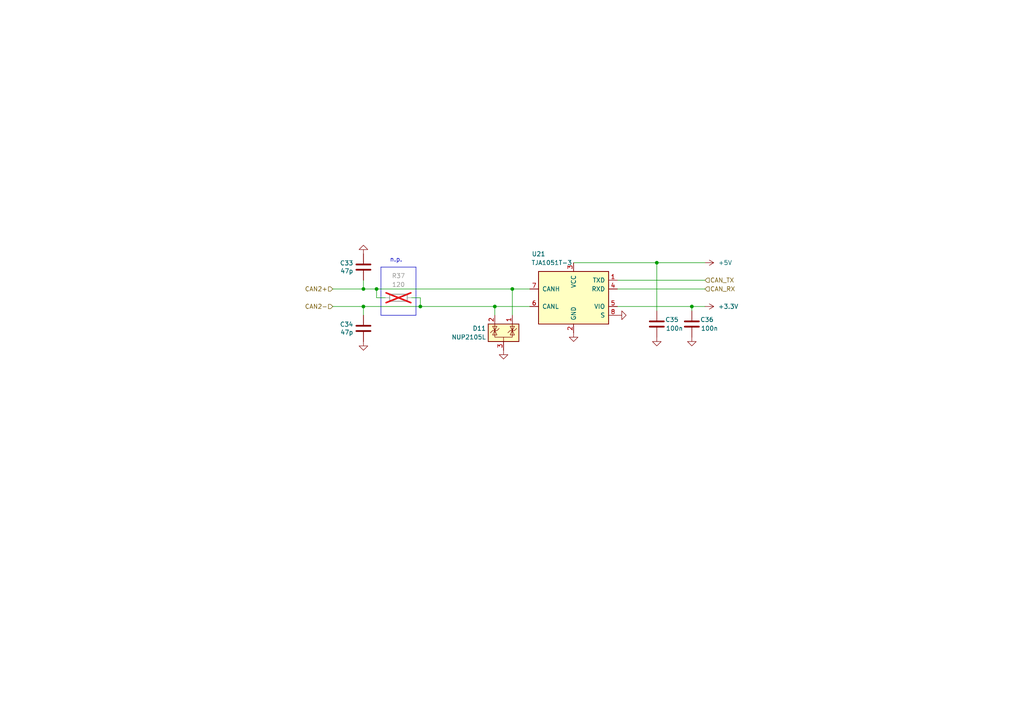
<source format=kicad_sch>
(kicad_sch (version 20231120) (generator "eeschema") (generator_version "8.0")
  (paper "A4")
  (title_block (title "Polygonus Universal 88p") (date "2023-11-12") (rev "v1.0") (company "FutureProofPerformance.com"))
  (lib_symbols
    (symbol "Device:C" (pin_numbers hide) (pin_names (offset 0.254))
      (property "Reference" "C" (at 0.635 2.54 0))
      (property "Value" "C" (at 0.635 -2.54 0))
      (symbol "C_0_1"
        (polyline (pts (xy -2.032 -0.762) (xy 2.032 -0.762)) (stroke (width 0.508)))
        (polyline (pts (xy -2.032 0.762) (xy 2.032 0.762)) (stroke (width 0.508)))
      )
      (symbol "C_1_1"
        (pin passive line (at 0 3.81 270) (length 2.794) (name "~") (number "1"))
        (pin passive line (at 0 -3.81 90) (length 2.794) (name "~") (number "2"))
      )
    )
    (symbol "Device:R" (pin_numbers hide) (pin_names (offset 0))
      (property "Reference" "R" (at 2.032 0 90))
      (property "Value" "R" (at 0 0 90))
      (symbol "R_0_1"
        (rectangle (start -1.016 -2.54) (end 1.016 2.54) (stroke (width 0.254)))
      )
      (symbol "R_1_1"
        (pin passive line (at 0 3.81 270) (length 1.27) (name "~") (number "1"))
        (pin passive line (at 0 -3.81 90) (length 1.27) (name "~") (number "2"))
      )
    )
    (symbol "GND_1" (power) (pin_names (offset 0))
      (property "Value" "GND_1" (at 0 -3.81 0))
      (symbol "GND_1_0_1"
        (polyline (pts (xy 0 0) (xy 0 -1.27) (xy 1.27 -1.27) (xy 0 -2.54) (xy -1.27 -1.27) (xy 0 -1.27)))
      )
      (symbol "GND_1_1_1"
        (pin power_in line (at 0 0 270) (length 0) hide (name "GND") (number "1"))
      )
    )
    (symbol "Interface_CAN_LIN:TJA1051T-3" (pin_names (offset 1.016))
      (property "Reference" "U" (at -10.16 8.89 0))
      (property "Value" "TJA1051T-3" (at 1.27 8.89 0))
      (symbol "TJA1051T-3_0_1"
        (rectangle (start -10.16 7.62) (end 10.16 -7.62) (stroke (width 0.254)) (fill (type background)))
      )
      (symbol "TJA1051T-3_1_1"
        (pin input line (at -12.7 5.08 0) (length 2.54) (name "TXD") (number "1"))
        (pin power_in line (at 0 -10.16 90) (length 2.54) (name "GND") (number "2"))
        (pin power_in line (at 0 10.16 270) (length 2.54) (name "VCC") (number "3"))
        (pin output line (at -12.7 2.54 0) (length 2.54) (name "RXD") (number "4"))
        (pin power_in line (at -12.7 -2.54 0) (length 2.54) (name "VIO") (number "5"))
        (pin bidirectional line (at 12.7 -2.54 180) (length 2.54) (name "CANL") (number "6"))
        (pin bidirectional line (at 12.7 2.54 180) (length 2.54) (name "CANH") (number "7"))
        (pin input line (at -12.7 -5.08 0) (length 2.54) (name "S") (number "8"))
      )
    )
    (symbol "Power_Protection:NUP2105L" (pin_names hide)
      (property "Reference" "D" (at 5.715 2.54 0))
      (property "Value" "NUP2105L" (at 5.715 0.635 0))
      (symbol "NUP2105L_0_0"
        (pin passive line (at 0 -5.08 90) (length 2.54) (name "A") (number "3"))
      )
      (symbol "NUP2105L_0_1"
        (rectangle (start -4.445 2.54) (end 4.445 -2.54) (stroke (width 0.254)) (fill (type background)))
        (polyline (pts (xy -2.54 2.54) (xy -2.54 0.635)))
        (polyline (pts (xy 0 -1.27) (xy 0 -2.54)))
        (polyline (pts (xy 2.54 2.54) (xy 2.54 0.635)))
        (polyline (pts (xy -3.81 1.27) (xy -3.175 0.635) (xy -1.905 0.635) (xy -1.27 0)))
        (polyline (pts (xy -2.54 0.635) (xy -2.54 -1.27) (xy 2.54 -1.27) (xy 2.54 0.635)))
        (polyline (pts (xy -2.54 0.635) (xy -1.905 -0.635) (xy -3.175 -0.635) (xy -2.54 0.635)))
        (polyline (pts (xy 2.54 0.635) (xy 1.905 -0.635) (xy 3.175 -0.635) (xy 2.54 0.635)))
        (polyline (pts (xy 2.54 0.635) (xy 3.175 1.905) (xy 1.905 1.905) (xy 2.54 0.635)))
        (polyline (pts (xy -2.54 0.635) (xy -3.175 1.905) (xy -1.905 1.905) (xy -2.54 0.635) (xy -2.54 1.27)))
        (polyline (pts (xy 1.27 1.27) (xy 1.905 0.635) (xy 2.54 0.635) (xy 3.175 0.635) (xy 3.81 0)))
      )
      (symbol "NUP2105L_1_1"
        (pin passive line (at -2.54 5.08 270) (length 2.54) (name "K") (number "1"))
        (pin passive line (at 2.54 5.08 270) (length 2.54) (name "K") (number "2"))
      )
    )
    (symbol "power:+3.3V" (power) (pin_names (offset 0))
      (property "Value" "+3.3V" (at 0 3.556 0))
      (symbol "+3.3V_0_1"
        (polyline (pts (xy -0.762 1.27) (xy 0 2.54)))
        (polyline (pts (xy 0 0) (xy 0 2.54)))
        (polyline (pts (xy 0 2.54) (xy 0.762 1.27)))
      )
      (symbol "+3.3V_1_1"
        (pin power_in line (at 0 0 90) (length 0) hide (name "+3.3V") (number "1"))
      )
    )
    (symbol "power:+5V" (power) (pin_names (offset 0))
      (property "Value" "+5V" (at 0 3.556 0))
      (symbol "+5V_0_1"
        (polyline (pts (xy -0.762 1.27) (xy 0 2.54)))
        (polyline (pts (xy 0 0) (xy 0 2.54)))
        (polyline (pts (xy 0 2.54) (xy 0.762 1.27)))
      )
      (symbol "+5V_1_1"
        (pin power_in line (at 0 0 90) (length 0) hide (name "+5V") (number "1"))
      )
    )
  )
  (junction (at 148.59 83.82))
  (junction (at 200.66 88.9))
  (junction (at 143.51 88.9))
  (junction (at 105.41 88.9))
  (junction (at 190.5 76.2))
  (junction (at 105.41 83.82))
  (junction (at 121.92 88.9))
  (junction (at 109.22 83.82))
  (wire (pts (xy 190.5 76.2) (xy 190.5 90.17)))
  (wire (pts (xy 143.51 88.9) (xy 143.51 91.44)))
  (wire (pts (xy 200.66 88.9) (xy 200.66 90.17)))
  (wire (pts (xy 179.07 83.82) (xy 204.47 83.82)))
  (wire (pts (xy 204.47 81.28) (xy 179.07 81.28)))
  (wire (pts (xy 96.52 83.82) (xy 105.41 83.82)))
  (wire (pts (xy 109.22 83.82) (xy 109.22 86.36)))
  (polyline (pts (xy 110.49 91.44) (xy 120.65 91.44)))
  (wire (pts (xy 121.92 88.9) (xy 143.51 88.9)))
  (wire (pts (xy 121.92 86.36) (xy 121.92 88.9)))
  (wire (pts (xy 148.59 83.82) (xy 153.67 83.82)))
  (wire (pts (xy 105.41 88.9) (xy 105.41 91.44)))
  (wire (pts (xy 190.5 76.2) (xy 166.37 76.2)))
  (wire (pts (xy 105.41 83.82) (xy 109.22 83.82)))
  (wire (pts (xy 96.52 88.9) (xy 105.41 88.9)))
  (wire (pts (xy 179.07 88.9) (xy 200.66 88.9)))
  (wire (pts (xy 200.66 88.9) (xy 204.47 88.9)))
  (polyline (pts (xy 110.49 77.47) (xy 120.65 77.47)))
  (wire (pts (xy 204.47 76.2) (xy 190.5 76.2)))
  (wire (pts (xy 109.22 83.82) (xy 148.59 83.82)))
  (wire (pts (xy 119.38 86.36) (xy 121.92 86.36)))
  (polyline (pts (xy 120.65 91.44) (xy 120.65 77.47)))
  (polyline (pts (xy 110.49 77.47) (xy 110.49 91.44)))
  (wire (pts (xy 148.59 83.82) (xy 148.59 91.44)))
  (wire (pts (xy 105.41 81.28) (xy 105.41 83.82)))
  (wire (pts (xy 111.76 86.36) (xy 109.22 86.36)))
  (wire (pts (xy 143.51 88.9) (xy 153.67 88.9)))
  (wire (pts (xy 105.41 88.9) (xy 121.92 88.9)))
  (text "n.p." (at 113.03 76.2 0) (effects (font (size 1.27 1.27)) (justify left bottom)))
  (hierarchical_label "CAN_RX" (shape input) (at 204.47 83.82 0))
  (hierarchical_label "CAN2-" (shape input) (at 96.52 88.9 180))
  (hierarchical_label "CAN2+" (shape input) (at 96.52 83.82 180))
  (hierarchical_label "CAN_TX" (shape input) (at 204.47 81.28 0))
  (symbol (lib_name "GND_1") (lib_id "power:GND") (at 105.41 73.66 180) (unit 1)
    (property "Reference" "#PWR0149" (effects (hide yes)))
    (property "Value" "GND" (effects (hide yes)))
    (instances (project "Polygonus-Universal-Base" (path "" (reference "#PWR0149") (unit 1)) (path "" (reference "#PWR0140") (unit 1))))
  )
  (symbol (lib_name "GND_1") (lib_id "power:GND") (at 179.07 91.44 90) (unit 1)
    (property "Reference" "#PWR0153" (effects (hide yes)))
    (property "Value" "GND" (effects (hide yes)))
    (instances (project "Polygonus-Universal-Base" (path "" (reference "#PWR0153") (unit 1)) (path "" (reference "#PWR0144") (unit 1))))
  )
  (symbol (lib_name "GND_1") (lib_id "power:GND") (at 200.66 97.79 0) (unit 1)
    (property "Reference" "#PWR0155" (effects (hide yes)))
    (property "Value" "GND" (effects (hide yes)))
    (instances (project "Polygonus-Universal-Base" (path "" (reference "#PWR0155") (unit 1)) (path "" (reference "#PWR0146") (unit 1))))
  )
  (symbol (lib_id "Power_Protection:NUP2105L") (at 146.05 96.52 0) (mirror y) (unit 1)
    (property "Reference" "D11" (at 140.97 95.25 0) (effects (justify left)))
    (property "Value" "NUP2105L" (at 140.97 97.79 0) (effects (justify left)))
    (property "Footprint" "Package_TO_SOT_SMD:SOT-23" (effects (hide yes)))
    (property "Datasheet" "http://www.onsemi.com/pub_link/Collateral/NUP2105L-D.PDF" (effects (hide yes)))
    (property "LCSC" "C284104" (effects (hide yes)))
    (instances (project "Polygonus-Universal-Base" (path "" (reference "D11") (unit 1)) (path "" (reference "D10") (unit 1))))
  )
  (symbol (lib_name "GND_1") (lib_id "power:GND") (at 146.05 101.6 0) (unit 1)
    (property "Reference" "#PWR0151" (effects (hide yes)))
    (property "Value" "GND" (effects (hide yes)))
    (instances (project "Polygonus-Universal-Base" (path "" (reference "#PWR0151") (unit 1)) (path "" (reference "#PWR0142") (unit 1))))
  )
  (symbol (lib_name "GND_1") (lib_id "power:GND") (at 190.5 97.79 0) (unit 1)
    (property "Reference" "#PWR0154" (effects (hide yes)))
    (property "Value" "GND" (effects (hide yes)))
    (instances (project "Polygonus-Universal-Base" (path "" (reference "#PWR0154") (unit 1)) (path "" (reference "#PWR0145") (unit 1))))
  )
  (symbol (lib_id "Device:C") (at 105.41 77.47 0) (mirror y) (unit 1)
    (property "Reference" "C33" (at 102.489 76.3016 0) (effects (justify left)))
    (property "Value" "47p" (at 102.489 78.613 0) (effects (justify left)))
    (property "Footprint" "Capacitor_SMD:C_0805_2012Metric" (effects (hide yes)))
    (property "LCSC" "C14857" (effects (hide yes)))
    (instances (project "Polygonus-Universal-Base" (path "" (reference "C33") (unit 1)) (path "" (reference "C29") (unit 1))))
  )
  (symbol (lib_id "Device:C") (at 105.41 95.25 0) (mirror y) (unit 1)
    (property "Reference" "C34" (at 102.489 94.0816 0) (effects (justify left)))
    (property "Value" "47p" (at 102.489 96.393 0) (effects (justify left)))
    (property "Footprint" "Capacitor_SMD:C_0805_2012Metric" (effects (hide yes)))
    (property "LCSC" "C14857" (effects (hide yes)))
    (instances (project "Polygonus-Universal-Base" (path "" (reference "C34") (unit 1)) (path "" (reference "C30") (unit 1))))
  )
  (symbol (lib_id "Device:C") (at 190.5 93.98 0) (mirror y) (unit 1)
    (property "Reference" "C35" (at 196.85 92.71 0) (effects (justify left)))
    (property "Value" "100n" (at 198.12 95.25 0) (effects (justify left)))
    (property "Footprint" "Capacitor_SMD:C_0805_2012Metric" (effects (hide yes)))
    (property "LCSC" "C49678" (effects (hide yes)))
    (instances (project "Polygonus-Universal-Base" (path "" (reference "C35") (unit 1)) (path "" (reference "C31") (unit 1))))
  )
  (symbol (lib_id "power:+3.3V") (at 204.47 88.9 270) (unit 1)
    (property "Reference" "#PWR0157" (effects (hide yes)))
    (property "Value" "+3.3V" (at 208.28 88.9 90) (effects (justify left)))
    (instances (project "Polygonus-Universal-Base" (path "" (reference "#PWR0157") (unit 1)) (path "" (reference "#PWR0148") (unit 1))))
  )
  (symbol (lib_name "GND_1") (lib_id "power:GND") (at 105.41 99.06 0) (unit 1)
    (property "Reference" "#PWR0150" (effects (hide yes)))
    (property "Value" "GND" (effects (hide yes)))
    (instances (project "Polygonus-Universal-Base" (path "" (reference "#PWR0150") (unit 1)) (path "" (reference "#PWR0141") (unit 1))))
  )
  (symbol (lib_id "power:+5V") (at 204.47 76.2 270) (unit 1)
    (property "Reference" "#PWR0156" (effects (hide yes)))
    (property "Value" "+5V" (at 208.28 76.2 90) (effects (justify left)))
    (instances (project "Polygonus-Universal-Base" (path "" (reference "#PWR0156") (unit 1)) (path "" (reference "#PWR0147") (unit 1))))
  )
  (symbol (lib_id "Device:C") (at 200.66 93.98 0) (mirror y) (unit 1)
    (property "Reference" "C36" (at 207.01 92.71 0) (effects (justify left)))
    (property "Value" "100n" (at 208.28 95.25 0) (effects (justify left)))
    (property "Footprint" "Capacitor_SMD:C_0805_2012Metric" (effects (hide yes)))
    (property "LCSC" "C49678" (effects (hide yes)))
    (instances (project "Polygonus-Universal-Base" (path "" (reference "C36") (unit 1)) (path "" (reference "C32") (unit 1))))
  )
  (symbol (lib_id "Interface_CAN_LIN:TJA1051T-3") (at 166.37 86.36 0) (mirror y) (unit 1)
    (property "Reference" "U21" (at 156.21 73.66 0))
    (property "Value" "TJA1051T-3" (at 160.02 76.2 0))
    (property "Footprint" "Package_SO:SOIC-8_3.9x4.9mm_P1.27mm" (effects (hide yes)))
    (property "Datasheet" "http://www.nxp.com/documents/data_sheet/TJA1051.pdf" (effects (hide yes)))
    (property "LCSC" "C38695" (effects (hide yes)))
    (instances (project "Polygonus-Universal-Base" (path "" (reference "U21") (unit 1)) (path "" (reference "U20") (unit 1))))
  )
  (symbol (lib_name "GND_1") (lib_id "power:GND") (at 166.37 96.52 0) (unit 1)
    (property "Reference" "#PWR0152" (effects (hide yes)))
    (property "Value" "GND" (effects (hide yes)))
    (instances (project "Polygonus-Universal-Base" (path "" (reference "#PWR0152") (unit 1)) (path "" (reference "#PWR0143") (unit 1))))
  )
  (symbol (lib_id "Device:R") (at 115.57 86.36 90) (mirror x) (unit 1) (in_bom no) (dnp yes)
    (property "Reference" "R37" (at 115.57 80.01 90))
    (property "Value" "120" (at 115.57 82.55 90))
    (property "Footprint" "Resistor_SMD:R_1206_3216Metric" (effects (hide yes)))
    (property "LCSC" "C176250" (effects (hide yes)))
    (instances (project "Polygonus-Universal-Base" (path "" (reference "R37") (unit 1)) (path "" (reference "R36") (unit 1))))
  )
)
</source>
